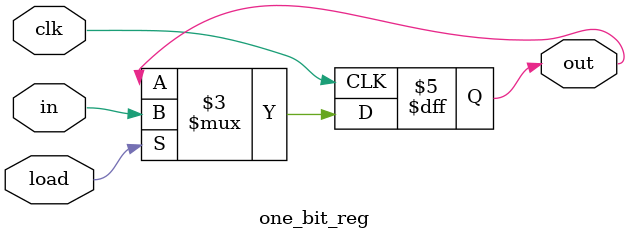
<source format=v>
`timescale 1ns / 1ps
module one_bit_reg( input in, load, clk ,output reg out
    );





always @(posedge clk) begin

	if (load==1)
		out<=in;
	
end
endmodule

</source>
